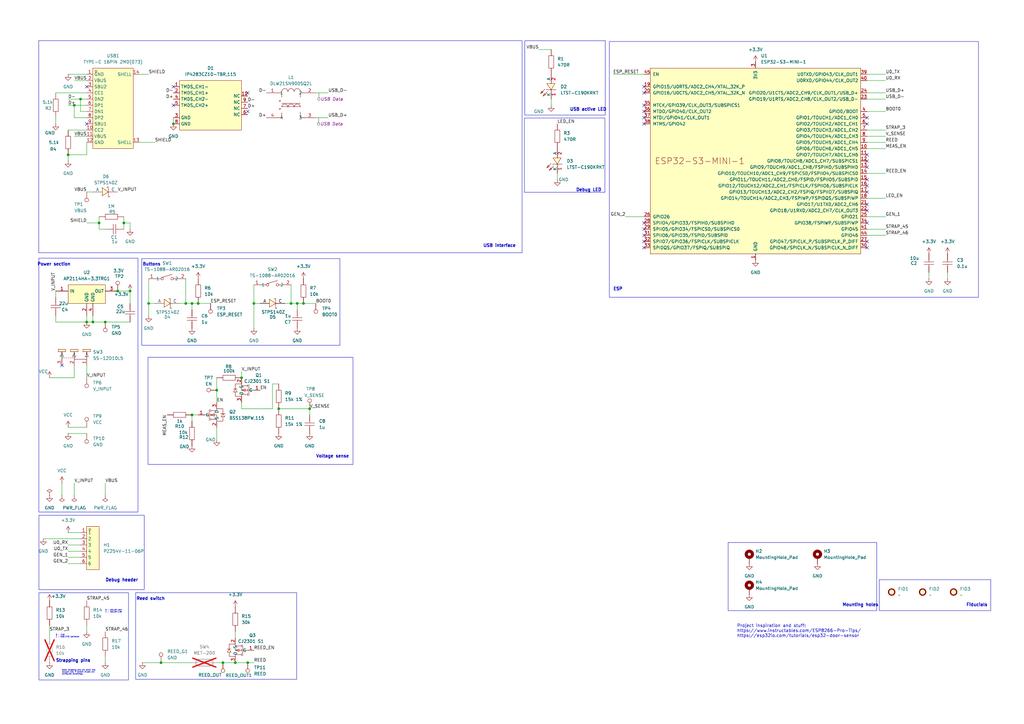
<source format=kicad_sch>
(kicad_sch (version 20231120) (generator "eeschema") (generator_version "8.0")
  (paper "A3")
  (title_block (title "Door alarm sensor") (date "2024-04-26") (rev "v1") (company "Designed by: perseluspy"))
  (junction (at 96.52 271.78))
  (junction (at 30.48 43.18))
  (junction (at 38.1 132.08))
  (junction (at 81.28 124.46))
  (junction (at 27.94 63.5))
  (junction (at 78.74 170.18))
  (junction (at 88.9 160.02))
  (junction (at 33.02 40.64))
  (junction (at 40.64 91.44))
  (junction (at 53.34 119.38))
  (junction (at 35.56 132.08))
  (junction (at 124.46 124.46))
  (junction (at 66.04 271.78))
  (junction (at 60.96 124.46))
  (junction (at 43.18 132.08))
  (junction (at 121.92 124.46))
  (junction (at 48.26 119.38))
  (junction (at 91.44 271.78))
  (junction (at 76.2 124.46))
  (junction (at 104.14 124.46))
  (junction (at 71.12 50.8))
  (junction (at 114.3 167.64))
  (junction (at 78.74 124.46))
  (junction (at 127 167.64))
  (junction (at 101.6 271.78))
  (junction (at 50.8 91.44))
  (junction (at 99.06 154.94))
  (junction (at 119.38 124.46))
  (no_connect (at 355.6 83.82))
  (no_connect (at 264.16 43.18))
  (no_connect (at 355.6 66.04))
  (no_connect (at 101.6 45.72))
  (no_connect (at 355.6 101.6))
  (no_connect (at 264.16 99.06))
  (no_connect (at 101.6 38.1))
  (no_connect (at 25.4 149.86))
  (no_connect (at 35.56 35.56))
  (no_connect (at 355.6 50.8))
  (no_connect (at 264.16 96.52))
  (no_connect (at 264.16 101.6))
  (no_connect (at 71.12 35.56))
  (no_connect (at 264.16 38.1))
  (no_connect (at 355.6 99.06))
  (no_connect (at 35.56 50.8))
  (no_connect (at 355.6 48.26))
  (no_connect (at 71.12 43.18))
  (no_connect (at 264.16 35.56))
  (no_connect (at 355.6 78.74))
  (no_connect (at 355.6 91.44))
  (no_connect (at 355.6 63.5))
  (no_connect (at 264.16 50.8))
  (no_connect (at 355.6 86.36))
  (no_connect (at 264.16 93.98))
  (no_connect (at 264.16 45.72))
  (no_connect (at 355.6 76.2))
  (no_connect (at 264.16 48.26))
  (no_connect (at 264.16 91.44))
  (no_connect (at 355.6 68.58))
  (no_connect (at 355.6 73.66))
  (wire (pts (xy 78.74 124.46) (xy 81.28 124.46)))
  (wire (pts (xy 27.94 63.5) (xy 35.56 63.5)))
  (wire (pts (xy 81.28 124.46) (xy 86.36 124.46)))
  (wire (pts (xy 96.52 271.78) (xy 101.6 271.78)))
  (wire (pts (xy 43.18 269.24) (xy 43.18 271.78)))
  (wire (pts (xy 76.2 124.46) (xy 78.74 124.46)))
  (wire (pts (xy 27.94 40.64) (xy 33.02 40.64)))
  (wire (pts (xy 88.9 271.78) (xy 91.44 271.78)))
  (wire (pts (xy 228.6 71.12) (xy 228.6 73.66)))
  (wire (pts (xy 71.12 48.26) (xy 71.12 50.8)))
  (wire (pts (xy 27.94 63.5) (xy 27.94 66.04)))
  (wire (pts (xy 104.14 116.84) (xy 104.14 124.46)))
  (wire (pts (xy 129.54 38.1) (xy 134.62 38.1)))
  (wire (pts (xy 27.94 53.34) (xy 35.56 53.34)))
  (wire (pts (xy 50.8 91.44) (xy 50.8 93.98)))
  (wire (pts (xy 27.94 223.52) (xy 33.02 223.52)))
  (wire (pts (xy 35.56 78.74) (xy 38.1 78.74)))
  (wire (pts (xy 78.74 170.18) (xy 78.74 172.72)))
  (wire (pts (xy 99.06 165.1) (xy 99.06 167.64)))
  (wire (pts (xy 355.6 93.98) (xy 363.22 93.98)))
  (wire (pts (xy 27.94 177.8) (xy 35.56 177.8)))
  (wire (pts (xy 27.94 175.26) (xy 35.56 175.26)))
  (wire (pts (xy 30.48 149.86) (xy 30.48 154.94)))
  (wire (pts (xy 66.04 271.78) (xy 78.74 271.78)))
  (wire (pts (xy 20.32 154.94) (xy 30.48 154.94)))
  (wire (pts (xy 40.64 93.98) (xy 40.64 91.44)))
  (wire (pts (xy 119.38 124.46) (xy 121.92 124.46)))
  (wire (pts (xy 355.6 40.64) (xy 363.22 40.64)))
  (wire (pts (xy 129.54 48.26) (xy 134.62 48.26)))
  (wire (pts (xy 88.9 160.02) (xy 88.9 165.1)))
  (wire (pts (xy 43.18 198.12) (xy 43.18 203.2)))
  (wire (pts (xy 355.6 53.34) (xy 363.22 53.34)))
  (wire (pts (xy 35.56 58.42) (xy 35.56 63.5)))
  (wire (pts (xy 27.94 231.14) (xy 33.02 231.14)))
  (wire (pts (xy 30.48 48.26) (xy 35.56 48.26)))
  (wire (pts (xy 88.9 154.94) (xy 88.9 160.02)))
  (wire (pts (xy 38.1 129.54) (xy 38.1 132.08)))
  (wire (pts (xy 99.06 167.64) (xy 111.76 167.64)))
  (wire (pts (xy 76.2 114.3) (xy 76.2 124.46)))
  (wire (pts (xy 220.98 20.32) (xy 226.06 20.32)))
  (wire (pts (xy 53.34 91.44) (xy 53.34 93.98)))
  (wire (pts (xy 388.62 111.76) (xy 388.62 114.3)))
  (wire (pts (xy 78.74 170.18) (xy 81.28 170.18)))
  (wire (pts (xy 127 167.64) (xy 127 170.18)))
  (wire (pts (xy 43.18 132.08) (xy 53.34 132.08)))
  (wire (pts (xy 355.6 88.9) (xy 363.22 88.9)))
  (wire (pts (xy 35.56 256.54) (xy 35.56 259.08)))
  (wire (pts (xy 121.92 124.46) (xy 124.46 124.46)))
  (wire (pts (xy 60.96 124.46) (xy 60.96 114.3)))
  (wire (pts (xy 96.52 259.08) (xy 96.52 261.62)))
  (wire (pts (xy 35.56 129.54) (xy 35.56 132.08)))
  (wire (pts (xy 40.64 88.9) (xy 40.64 91.44)))
  (wire (pts (xy 35.56 45.72) (xy 33.02 45.72)))
  (wire (pts (xy 27.94 30.48) (xy 35.56 30.48)))
  (wire (pts (xy 226.06 40.64) (xy 226.06 43.18)))
  (wire (pts (xy 30.48 43.18) (xy 30.48 48.26)))
  (wire (pts (xy 30.48 55.88) (xy 35.56 55.88)))
  (wire (pts (xy 50.8 91.44) (xy 53.34 91.44)))
  (wire (pts (xy 60.96 129.54) (xy 60.96 124.46)))
  (wire (pts (xy 111.76 167.64) (xy 111.76 157.48)))
  (wire (pts (xy 38.1 132.08) (xy 43.18 132.08)))
  (wire (pts (xy 50.8 88.9) (xy 50.8 91.44)))
  (wire (pts (xy 256.54 88.9) (xy 264.16 88.9)))
  (wire (pts (xy 104.14 124.46) (xy 104.14 134.62)))
  (wire (pts (xy 43.18 93.98) (xy 40.64 93.98)))
  (wire (pts (xy 106.68 124.46) (xy 104.14 124.46)))
  (wire (pts (xy 30.48 198.12) (xy 30.48 203.2)))
  (wire (pts (xy 114.3 167.64) (xy 127 167.64)))
  (wire (pts (xy 73.66 124.46) (xy 76.2 124.46)))
  (wire (pts (xy 22.86 48.26) (xy 22.86 50.8)))
  (wire (pts (xy 17.78 220.98) (xy 33.02 220.98)))
  (wire (pts (xy 35.56 91.44) (xy 40.64 91.44)))
  (wire (pts (xy 116.84 124.46) (xy 119.38 124.46)))
  (wire (pts (xy 355.6 33.02) (xy 363.22 33.02)))
  (wire (pts (xy 91.44 271.78) (xy 96.52 271.78)))
  (wire (pts (xy 27.94 43.18) (xy 30.48 43.18)))
  (wire (pts (xy 355.6 55.88) (xy 363.22 55.88)))
  (wire (pts (xy 60.96 124.46) (xy 63.5 124.46)))
  (wire (pts (xy 57.15 30.48) (xy 60.96 30.48)))
  (wire (pts (xy 111.76 157.48) (xy 114.3 157.48)))
  (wire (pts (xy 78.74 124.46) (xy 78.74 127)))
  (wire (pts (xy 22.86 121.92) (xy 22.86 119.38)))
  (wire (pts (xy 20.32 256.54) (xy 20.32 261.62)))
  (wire (pts (xy 38.1 132.08) (xy 35.56 132.08)))
  (wire (pts (xy 27.94 218.44) (xy 33.02 218.44)))
  (wire (pts (xy 381 111.76) (xy 381 114.3)))
  (wire (pts (xy 121.92 124.46) (xy 121.92 127)))
  (wire (pts (xy 355.6 96.52) (xy 363.22 96.52)))
  (wire (pts (xy 48.26 119.38) (xy 53.34 119.38)))
  (wire (pts (xy 53.34 119.38) (xy 53.34 124.46)))
  (wire (pts (xy 22.86 129.54) (xy 22.86 132.08)))
  (wire (pts (xy 88.9 175.26) (xy 88.9 180.34)))
  (wire (pts (xy 251.46 30.48) (xy 264.16 30.48)))
  (wire (pts (xy 101.6 271.78) (xy 104.14 271.78)))
  (wire (pts (xy 22.86 38.1) (xy 35.56 38.1)))
  (wire (pts (xy 355.6 38.1) (xy 363.22 38.1)))
  (wire (pts (xy 99.06 152.4) (xy 99.06 154.94)))
  (wire (pts (xy 33.02 40.64) (xy 35.56 40.64)))
  (wire (pts (xy 58.42 271.78) (xy 66.04 271.78)))
  (wire (pts (xy 30.48 43.18) (xy 35.56 43.18)))
  (wire (pts (xy 35.56 149.86) (xy 35.56 154.94)))
  (wire (pts (xy 355.6 30.48) (xy 363.22 30.48)))
  (wire (pts (xy 119.38 116.84) (xy 119.38 124.46)))
  (wire (pts (xy 33.02 45.72) (xy 33.02 40.64)))
  (wire (pts (xy 355.6 60.96) (xy 363.22 60.96)))
  (wire (pts (xy 355.6 71.12) (xy 363.22 71.12)))
  (wire (pts (xy 57.15 58.42) (xy 63.5 58.42)))
  (wire (pts (xy 25.4 198.12) (xy 25.4 203.2)))
  (wire (pts (xy 355.6 45.72) (xy 363.22 45.72)))
  (wire (pts (xy 355.6 58.42) (xy 363.22 58.42)))
  (wire (pts (xy 355.6 81.28) (xy 363.22 81.28)))
  (wire (pts (xy 22.86 132.08) (xy 35.56 132.08)))
  (wire (pts (xy 30.48 33.02) (xy 35.56 33.02)))
  (wire (pts (xy 27.94 228.6) (xy 33.02 228.6)))
  (wire (pts (xy 124.46 124.46) (xy 129.54 124.46)))
  (wire (pts (xy 27.94 226.06) (xy 33.02 226.06)))
  (rectangle (start 15.9766 211.328) (end 59.1566 241.808))
  (rectangle (start 60.706 146.558) (end 144.78 190.5))
  (rectangle (start 215.0918 48.4039) (end 248.1118 78.8839))
  (rectangle (start 55.626 243.078) (end 121.666 278.638))
  (rectangle (start 215.2442 16.7047) (end 248.2642 47.1847))
  (rectangle (start 58.1406 106.045) (end 139.4206 141.605))
  (rectangle (start 15.9787 243.1245) (end 52.705 278.892))
  (rectangle (start 249.936 17.018) (end 401.32 121.92))
  (rectangle (start 15.9512 105.8672) (end 56.5912 210.0072))
  (rectangle (start 15.9004 16.6624) (end 214.122 103.6828))
  (rectangle (start 298.6278 222.504) (end 359.5878 250.444))
  (rectangle (start 360.6292 237.744) (end 406.3492 250.444))
  (text "Debug header\n" (at 43.18 238.76 0) (effects (font (size 1.27 1.27) (thickness 0.254) (bold yes)) (justify left bottom)))
  (text "USB interface" (at 198.12 101.6 0) (effects (font (size 1.27 1.27) (thickness 0.254) (bold yes)) (justify left bottom)))
  (text "Mounting holes\n" (at 345.44 248.92 0) (effects (font (size 1.27 1.27) (thickness 0.254) (bold yes)) (justify left bottom)))
  (text "Fiducials\n" (at 396.24 248.92 0) (effects (font (size 1.27 1.27) (thickness 0.254) (bold yes)) (justify left bottom)))
  (text "USB active LED\n" (at 233.68 45.72 0) (effects (font (size 1.27 1.27) (thickness 0.254) (bold yes)) (justify left bottom)))
  (text "4-6 GPIO 0.1 inches header-e -> VCC,GND stb" (at 784.86 154.94 0) (effects (font (size 1.27 1.27)) (justify left bottom)))
  (text "ESP\n" (at 251.46 119.38 0) (effects (font (size 1.27 1.27) (thickness 0.254) (bold yes)) (justify left bottom)))
  (text "Buttons\n" (at 58.42 109.22 0) (effects (font (size 1.27 1.27) (thickness 0.254) (bold yes)) (justify left bottom)))
  (text "0 - JTAG\n1 - USB/JTAG controller" (at 22.86 261.62 0) (effects (font (size 0.5 0.5) (bold yes)) (justify left bottom)))
  (text "Project inspiration and stuff: \nhttps://www.instructables.com/ESP8266-Pro-Tips/\nhttps://esp32io.com/tutorials/esp32-door-sensor" (at 302.26 261.62 0) (effects (font (size 1.27 1.27)) (justify left bottom)))
  (text "Debug LED\n" (at 236.22 78.74 0) (effects (font (size 1.27 1.27) (thickness 0.254) (bold yes)) (justify left bottom)))
  (text "Voltage sense\n" (at 129.54 187.96 0) (effects (font (size 1.27 1.27) (thickness 0.254) (bold yes)) (justify left bottom)))
  (text "Strapping pins" (at 22.86 271.78 0) (effects (font (size 1.27 1.27) (thickness 0.254) (bold yes)) (justify left bottom)))
  (text "Some strapping pins are taken into\naccount only if certain eFuses are\nconfigured accordingly" (at 25.4 276.86 0) (effects (font (size 0.5 0.5) (bold yes)) (justify left bottom)))
  (text "Power section\n" (at 15.24 109.22 0) (effects (font (size 1.27 1.27) (thickness 0.254) (bold yes)) (justify left bottom)))
  (text "0 - VDD_SPI_3V3\n1 - VDD_SPI_1V8\n" (at 43.18 251.46 0) (effects (font (size 0.5 0.5) (bold yes)) (justify left bottom)))
  (text "Reed switch" (at 55.88 246.38 0) (effects (font (size 1.27 1.27) (thickness 0.254) (bold yes)) (justify left bottom)))
  (label "V_INPUT" (at 48.26 78.74 0))
  (label "STRAP_3" (at 363.22 53.34 0))
  (label "V_INPUT" (at 30.48 198.12 0))
  (label "REED" (at 363.22 58.42 0))
  (label "LED_EN" (at 228.6 50.8 0))
  (label "REED" (at 104.14 271.78 0))
  (label "U0_TX" (at 27.94 226.06 180))
  (label "BOOT0" (at 363.22 45.72 0))
  (label "D+" (at 71.12 40.64 180))
  (label "USB_D+" (at 363.22 38.1 0))
  (label "USB_D+" (at 134.62 48.26 0))
  (label "V_INPUT" (at 35.56 154.94 0))
  (label "USB_D-" (at 134.62 38.1 0))
  (label "VBUS" (at 30.48 55.88 0))
  (label "D-" (at 71.12 38.1 180))
  (label "D-" (at 101.6 41.91 0))
  (label "GEN_2" (at 27.94 231.14 180))
  (label "STRAP_46" (at 363.22 96.52 0))
  (label "D-" (at 109.22 38.1 180))
  (label "SHIELD" (at 35.56 91.44 180))
  (label "MEAS_EN" (at 68.58 170.18 270))
  (label "U0_RX" (at 363.22 33.02 0))
  (label "STRAP_46" (at 43.18 259.08 0))
  (label "GEN_1" (at 27.94 228.6 180))
  (label "VBUS" (at 220.98 20.32 180))
  (label "D+" (at 101.6 44.45 0))
  (label "STRAP_3" (at 20.32 259.08 0))
  (label "USB_D-" (at 363.22 40.64 0))
  (label "SHIELD" (at 60.96 30.48 0))
  (label "D+" (at 109.22 48.26 180))
  (label "GEN_1" (at 363.22 88.9 0))
  (label "V_SENSE" (at 363.22 55.88 0))
  (label "EN" (at 106.68 160.02 0))
  (label "STRAP_45" (at 35.56 246.38 0))
  (label "ESP_RESET" (at 251.46 30.48 0))
  (label "STRAP_45" (at 363.22 93.98 0))
  (label "U0_TX" (at 363.22 30.48 0))
  (label "GEN_2" (at 256.54 88.9 180))
  (label "D+" (at 27.94 43.18 0))
  (label "REED_EN" (at 104.14 266.7 0))
  (label "VBUS" (at 35.56 78.74 180))
  (label "REED_EN" (at 363.22 71.12 0))
  (label "BOOT0" (at 129.54 124.46 0))
  (label "D-" (at 27.94 40.64 0))
  (label "ESP_RESET" (at 86.36 124.46 0))
  (label "V_INPUT" (at 99.06 152.4 0))
  (label "EN" (at 88.9 165.1 0))
  (label "MEAS_EN" (at 363.22 60.96 0))
  (label "U0_RX" (at 27.94 223.52 180))
  (label "SHIELD" (at 63.5 58.42 0))
  (label "VBUS" (at 43.18 198.12 0))
  (label "LED_EN" (at 363.22 81.28 0))
  (label "V_SENSE" (at 127 167.64 0))
  (label "V_INPUT" (at 22.86 119.38 90))
  (label "VBUS" (at 30.48 33.02 0))
  (netclass_flag "" (length 2.54) (shape round) (at 130.81 38.1 180) (property "Netclass" "USB Data" (at 131.5085 40.64 0) (effects (font (italic yes)) (justify left))))
  (netclass_flag "" (length 2.54) (shape round) (at 130.6853 48.26 180) (property "Netclass" "USB Data" (at 131.3838 50.8 0) (effects (font (italic yes)) (justify left))))
  (symbol (lib_id "pepy_sym_lib:[RES_SMD]0805_2012Metric") (at 96.52 254 270) (unit 1)
    (property "Reference" "R15" (at 99.06 252.7299 90) (effects (justify left)))
    (property "Value" "30k" (at 99.06 255.2699 90) (effects (justify left)))
    (property "Footprint" "pepy_sym_lib:[RES_SMD]0805_2012Metric" (effects (hide yes)))
    (property "Datasheet" "https://lcsc.com/product-detail/Chip-Resistor-Surface-Mount-UniOhm_10KR-1002-1_C17414.html" (effects (hide yes)))
    (property "LCSC Part" "C17414" (effects (hide yes)))
  )
  (symbol (lib_id "power:GND") (at 388.62 114.3 0) (unit 1)
    (property "Reference" "#PWR014" (effects (hide yes)))
    (property "Value" "GND" (at 388.62 119.38 0))
    (property "Description" "Power symbol creates a global label with name \"GND\" , ground" (effects (hide yes)))
  )
  (symbol (lib_id "Connector:TestPoint") (at 35.56 154.94 180) (unit 1)
    (property "Reference" "TP6" (at 38.1 156.9719 0) (effects (justify right)))
    (property "Value" "V_INPUT" (at 38.1 159.5119 0) (effects (justify right)))
    (property "Footprint" "pepy_sym_lib:[TEST_POINT]TestPoint_Pad_D1.0mm" (effects (hide yes)))
    (property "Description" "test point" (effects (hide yes)))
  )
  (symbol (lib_id "pepy_sym_lib:[COMMON_MODE_FILTER]Murata Electronics DLW21SN900SQ2L") (at 119.38 41.91 0) (unit 1)
    (property "Reference" "L1" (at 119.38 31.75 0))
    (property "Value" "DLW21SN900SQ2L" (at 119.38 34.29 0))
    (property "Footprint" "pepy_sym_lib:[COMMON_MODE_FILTER]Murata Electronics DLW21SN900SQ2L" (effects (hide yes)))
    (property "Datasheet" "https://lcsc.com/product-detail/LINE-Filter_muRata_DLW21SN900SQ2L_DLW21SN900SQ2L_C97856.html" (effects (hide yes)))
    (property "LCSC Part" "C97856" (effects (hide yes)))
  )
  (symbol (lib_id "power:GND") (at 17.78 220.98 0) (unit 1)
    (property "Reference" "#PWR033" (effects (hide yes)))
    (property "Value" "GND" (at 17.78 226.06 0))
    (property "Description" "Power symbol creates a global label with name \"GND\" , ground" (effects (hide yes)))
  )
  (symbol (lib_id "power:GND") (at 53.34 93.98 0) (unit 1)
    (property "Reference" "#PWR09" (effects (hide yes)))
    (property "Value" "GND" (at 53.34 99.06 0))
    (property "Description" "Power symbol creates a global label with name \"GND\" , ground" (effects (hide yes)))
  )
  (symbol (lib_id "power:GND") (at 104.14 134.62 0) (unit 1)
    (property "Reference" "#PWR021" (effects (hide yes)))
    (property "Value" "GND" (at 104.14 139.7 0))
    (property "Description" "Power symbol creates a global label with name \"GND\" , ground" (effects (hide yes)))
  )
  (symbol (lib_id "pepy_sym_lib:[PMOS]Jiangsu Changjing Electronics Technology Co., Ltd. CJ2301 S1") (at 99.06 266.7 180) (unit 1)
    (property "Reference" "Q3" (at 104.9416 260.5801 0) (effects (justify left)))
    (property "Value" "CJ2301 S1" (at 108.2803 263.0199 0) (effects (justify left)))
    (property "Footprint" "pepy_sym_lib:[PMOS]Jiangsu Changjing Electronics Technology Co., Ltd. CJ2301 S1" (effects (hide yes)))
    (property "Datasheet" "https://lcsc.com/product-detail/MOSFET_CJ2301-S1_C8547.html" (effects (hide yes)))
    (property "LCSC Part" "C8547" (effects (hide yes)))
  )
  (symbol (lib_id "power:GND") (at 226.06 43.18 0) (unit 1)
    (property "Reference" "#PWR03" (effects (hide yes)))
    (property "Value" "GND" (at 220.98 45.72 0))
    (property "Description" "Power symbol creates a global label with name \"GND\" , ground" (effects (hide yes)))
  )
  (symbol (lib_id "power:GND") (at 22.86 50.8 0) (unit 1)
    (property "Reference" "#PWR04" (effects (hide yes)))
    (property "Value" "GND" (at 20.4967 54.5061 0))
    (property "Description" "Power symbol creates a global label with name \"GND\" , ground" (effects (hide yes)))
  )
  (symbol (lib_id "Connector:TestPoint") (at 88.9 160.02 90) (unit 1)
    (property "Reference" "TP7" (at 85.598 154.94 90))
    (property "Value" "EN" (at 85.598 157.48 90))
    (property "Footprint" "pepy_sym_lib:[TEST_POINT]TestPoint_Pad_D1.0mm" (effects (hide yes)))
    (property "Description" "test point" (effects (hide yes)))
  )
  (symbol (lib_id "pepy_sym_lib:[TACTILE_SWITCH]XUNPU TS-1088-AR02016") (at 111.76 116.84 0) (unit 1)
    (property "Reference" "SW2" (at 111.76 110.49 0))
    (property "Value" "TS-1088-AR02016" (at 111.76 113.03 0))
    (property "Footprint" "pepy_sym_lib:[TACTILE_SWITCH]XUNPU TS-1088-AR02016" (effects (hide yes)))
    (property "Datasheet" "https://lcsc.com/product-detail/Tactile-Switches_XUNPU-TS-1088-AR02016_C720477.html" (effects (hide yes)))
    (property "LCSC Part" "C720477" (effects (hide yes)))
  )
  (symbol (lib_id "Connector:TestPoint") (at 35.56 177.8 180) (unit 1)
    (property "Reference" "TP10" (at 38.1 179.8319 0) (effects (justify right)))
    (property "Value" "GND" (at 38.1 182.3719 0) (effects (justify right)))
    (property "Footprint" "pepy_sym_lib:[TEST_POINT]TestPoint_Pad_2.0x2.0mm" (effects (hide yes)))
    (property "Description" "test point" (effects (hide yes)))
  )
  (symbol (lib_id "power:GND") (at 27.94 30.48 0) (unit 1)
    (property "Reference" "#PWR02" (effects (hide yes)))
    (property "Value" "GND" (at 27.94 35.56 0))
    (property "Description" "Power symbol creates a global label with name \"GND\" , ground" (effects (hide yes)))
  )
  (symbol (lib_id "power:VCC") (at 25.4 198.12 0) (unit 1)
    (property "Reference" "#PWR030" (effects (hide yes)))
    (property "Value" "VCC" (at 25.4 193.04 0))
    (property "Description" "Power symbol creates a global label with name \"VCC\"" (effects (hide yes)))
  )
  (symbol (lib_id "power:+3.3V") (at 96.52 248.92 0) (unit 1)
    (property "Reference" "#PWR038" (effects (hide yes)))
    (property "Value" "+3.3V" (at 96.52 243.84 0))
    (property "Description" "Power symbol creates a global label with name \"+3.3V\"" (effects (hide yes)))
  )
  (symbol (lib_id "Connector:TestPoint") (at 86.36 124.46 180) (unit 1) (in_bom no)
    (property "Reference" "TP3" (at 88.9 126.4919 0) (effects (justify right)))
    (property "Value" "ESP_RESET" (at 88.9 129.0319 0) (effects (justify right)))
    (property "Footprint" "pepy_sym_lib:[TEST_POINT]TestPoint_Pad_D1.0mm" (effects (hide yes)))
    (property "Description" "test point" (effects (hide yes)))
  )
  (symbol (lib_id "power:GND") (at 60.96 129.54 0) (unit 1)
    (property "Reference" "#PWR018" (effects (hide yes)))
    (property "Value" "GND" (at 60.96 134.62 0))
    (property "Description" "Power symbol creates a global label with name \"GND\" , ground" (effects (hide yes)))
  )
  (symbol (lib_id "power:+3.3V") (at 124.46 114.3 0) (unit 1)
    (property "Reference" "#PWR016" (effects (hide yes)))
    (property "Value" "+3.3V" (at 124.46 109.22 0))
    (property "Description" "Power symbol creates a global label with name \"+3.3V\"" (effects (hide yes)))
  )
  (symbol (lib_id "pepy_sym_lib:[RES_SMD]0805_2012Metric") (at 81.28 119.38 270) (unit 1)
    (property "Reference" "R6" (at 83.82 118.1099 90) (effects (justify left)))
    (property "Value" "10k" (at 83.82 120.6499 90) (effects (justify left)))
    (property "Footprint" "pepy_sym_lib:[RES_SMD]0805_2012Metric" (effects (hide yes)))
    (property "Datasheet" "https://lcsc.com/product-detail/Chip-Resistor-Surface-Mount-UniOhm_10KR-1002-1_C17414.html" (effects (hide yes)))
    (property "LCSC Part" "C17414" (effects (hide yes)))
  )
  (symbol (lib_id "pepy_sym_lib:[RES_SMD]0805_2012Metric") (at 43.18 264.16 270) (unit 1)
    (property "Reference" "R17" (at 45.72 262.8899 90) (effects (justify left)))
    (property "Value" "10k" (at 45.72 265.4299 90) (effects (justify left)))
    (property "Footprint" "pepy_sym_lib:[RES_SMD]0805_2012Metric" (effects (hide yes)))
    (property "Datasheet" "https://lcsc.com/product-detail/Chip-Resistor-Surface-Mount-UniOhm_10KR-1002-1_C17414.html" (effects (hide yes)))
    (property "LCSC Part" "C17414" (effects (hide yes)))
  )
  (symbol (lib_id "power:GND") (at 307.34 243.84 0) (unit 1)
    (property "Reference" "#PWR036" (effects (hide yes)))
    (property "Value" "GND" (at 307.34 248.92 0))
    (property "Description" "Power symbol creates a global label with name \"GND\" , ground" (effects (hide yes)))
  )
  (symbol (lib_id "power:GND") (at 27.94 66.04 0) (unit 1)
    (property "Reference" "#PWR07" (effects (hide yes)))
    (property "Value" "GND" (at 27.94 71.12 0))
    (property "Description" "Power symbol creates a global label with name \"GND\" , ground" (effects (hide yes)))
  )
  (symbol (lib_id "Mechanical:MountingHole_Pad") (at 307.34 228.6 0) (unit 1) (exclude_from_sim yes) (in_bom no)
    (property "Reference" "H2" (at 309.88 226.0599 0) (effects (justify left)))
    (property "Value" "MountingHole_Pad" (at 309.88 228.5999 0) (effects (justify left)))
    (property "Description" "Mounting Hole with connection" (effects (hide yes)))
  )
  (symbol (lib_id "Connector:TestPoint") (at 43.18 132.08 180) (unit 1)
    (property "Reference" "TP5" (at 45.72 134.1119 0) (effects (justify right)))
    (property "Value" "GND" (at 45.72 136.6519 0) (effects (justify right)))
    (property "Footprint" "pepy_sym_lib:[TEST_POINT]TestPoint_Pad_D1.0mm" (effects (hide yes)))
    (property "Description" "test point" (effects (hide yes)))
  )
  (symbol (lib_id "pepy_sym_lib:[CAP_SMD]0805_2012Metric") (at 121.92 130.81 270) (unit 1)
    (property "Reference" "C7" (at 119.38 132.08 90) (effects (justify right)))
    (property "Value" "1u" (at 119.38 129.54 90) (effects (justify right)))
    (property "Footprint" "pepy_sym_lib:[CAP_SMD]0805_2012Metric" (effects (hide yes)))
    (property "Datasheet" "https://lcsc.com/product-detail/Multilayer-Ceramic-Capacitors-MLCC-SMD-SMT_100nF-104-10-50V_C49678.html" (effects (hide yes)))
    (property "LCSC Part" "C49678" (effects (hide yes)))
  )
  (symbol (lib_id "pepy_sym_lib:[CAP_SMD]0805_2012Metric") (at 46.99 93.98 0) (unit 1)
    (property "Reference" "C1" (at 45.466 97.282 0) (effects (justify left)))
    (property "Value" "1u" (at 45.72 99.06 0) (effects (justify left)))
    (property "Footprint" "pepy_sym_lib:[CAP_SMD]0805_2012Metric" (effects (hide yes)))
    (property "Datasheet" "https://lcsc.com/product-detail/Multilayer-Ceramic-Capacitors-MLCC-SMD-SMT_100nF-104-10-50V_C49678.html" (effects (hide yes)))
    (property "LCSC Part" "C49678" (effects (hide yes)))
  )
  (symbol (lib_id "pepy_sym_lib:[CAP_SMD]0805_2012Metric") (at 127 173.99 270) (unit 1)
    (property "Reference" "C8" (at 130.81 172.7199 90) (effects (justify left)))
    (property "Value" "1u" (at 130.81 175.2599 90) (effects (justify left)))
    (property "Footprint" "pepy_sym_lib:[CAP_SMD]0805_2012Metric" (effects (hide yes)))
    (property "Datasheet" "https://lcsc.com/product-detail/Multilayer-Ceramic-Capacitors-MLCC-SMD-SMT_100nF-104-10-50V_C49678.html" (effects (hide yes)))
    (property "LCSC Part" "C49678" (effects (hide yes)))
  )
  (symbol (lib_id "pepy_sym_lib:[MCU]Espressif Systems ESP32-S3-MINI-1-N8") (at 309.88 66.04 0) (unit 1)
    (property "Reference" "U1" (at 312.0741 22.86 0) (effects (justify left)))
    (property "Value" "ESP32-S3-MINI-1" (at 312.0741 25.4 0) (effects (justify left)))
    (property "Footprint" "pepy_sym_lib:[MCU]Espressif Systems ESP32-S3-MINI-1-N8" (effects (hide yes)))
    (property "Datasheet" "https://www.espressif.com/sites/default/files/documentation/esp32-s3-mini-1_mini-1u_datasheet_en.pdf" (effects (hide yes)))
    (property "Description" "Smallsized module supporting 2.4 GHz WiFi (802.11 b/g/n) and Bluetooth ® 5 (LE) Built around ESP32S3 series of SoCs, Xtensa ® dualcore 32bit LX7 microprocessor Flash up to 8 MB, optional 2 MB PSRAM in chip package 39 GPIOs, rich set of peripherals Onboard PCB antenna or external antenna connector" (effects (hide yes)))
  )
  (symbol (lib_id "Mechanical:Fiducial") (at 365.7092 242.824 0) (unit 1) (exclude_from_sim yes) (in_bom no)
    (property "Reference" "FID1" (at 368.3 241.5539 0) (effects (justify left)))
    (property "Value" "~" (at 368.3 244.0939 0) (effects (justify left)))
    (property "Description" "Fiducial Marker" (effects (hide yes)))
  )
  (symbol (lib_id "power:GND") (at 43.18 271.78 0) (unit 1)
    (property "Reference" "#PWR042" (effects (hide yes)))
    (property "Value" "GND" (at 43.18 276.86 0))
    (property "Description" "Power symbol creates a global label with name \"GND\" , ground" (effects (hide yes)))
  )
  (symbol (lib_id "power:PWR_FLAG") (at 25.4 203.2 180) (unit 1)
    (property "Reference" "#FLG02" (effects (hide yes)))
    (property "Value" "PWR_FLAG" (effects (hide yes)))
    (property "Description" "Special symbol for telling ERC where power comes from" (effects (hide yes)))
  )
  (symbol (lib_id "power:GND") (at 35.56 259.08 0) (unit 1)
    (property "Reference" "#PWR040" (effects (hide yes)))
    (property "Value" "GND" (at 35.56 264.16 0))
    (property "Description" "Power symbol creates a global label with name \"GND\" , ground" (effects (hide yes)))
  )
  (symbol (lib_id "pepy_sym_lib:[RES_SMD]0805_2012Metric") (at 114.3 162.56 270) (unit 1)
    (property "Reference" "R9" (at 116.84 161.2899 90) (effects (justify left)))
    (property "Value" "15k 1%" (at 116.84 163.8299 90) (effects (justify left)))
    (property "Footprint" "pepy_sym_lib:[RES_SMD]0805_2012Metric" (effects (hide yes)))
    (property "Datasheet" "https://lcsc.com/product-detail/Chip-Resistor-Surface-Mount-UniOhm_10KR-1002-1_C17414.html" (effects (hide yes)))
    (property "LCSC Part" "C17414" (effects (hide yes)))
  )
  (symbol (lib_id "pepy_sym_lib:[ESD_PROT]Nexperia IP4283CZ10-TBR,115") (at 86.36 40.64 0) (unit 1)
    (property "Reference" "D1" (at 86.36 27.94 0))
    (property "Value" "IP4283CZ10-TBR,115" (at 86.36 30.48 0))
    (property "Footprint" "pepy_sym_lib:[ESD_PROT]Nexperia IP4283CZ10-TBR,115" (effects (hide yes)))
    (property "Datasheet" "https://lcsc.com/product-detail/presales_Nexperia-IP4283CZ10-TBR-115_C551514.html" (effects (hide yes)))
    (property "LCSC Part" "C551514" (effects (hide yes)))
  )
  (symbol (lib_id "Connector:TestPoint") (at 101.6 271.78 180) (unit 1)
    (property "Reference" "TP11" (at 104.14 273.8119 0) (effects (justify right)))
    (property "Value" "REED" (at 104.14 276.3519 0) (effects (justify right)))
    (property "Footprint" "pepy_sym_lib:[TEST_POINT]TestPoint_Pad_D1.0mm" (effects (hide yes)))
    (property "Description" "test point" (effects (hide yes)))
  )
  (symbol (lib_id "power:GND") (at 78.74 182.88 0) (unit 1)
    (property "Reference" "#PWR028" (effects (hide yes)))
    (property "Value" "GND" (at 75.5951 183.1799 0))
    (property "Description" "Power symbol creates a global label with name \"GND\" , ground" (effects (hide yes)))
  )
  (symbol (lib_id "Mechanical:MountingHole_Pad") (at 335.28 228.6 0) (unit 1) (exclude_from_sim yes) (in_bom no)
    (property "Reference" "H3" (at 337.82 226.0599 0) (effects (justify left)))
    (property "Value" "MountingHole_Pad" (at 337.82 228.5999 0) (effects (justify left)))
    (property "Description" "Mounting Hole with connection" (effects (hide yes)))
  )
  (symbol (lib_id "pepy_sym_lib:[PMOS]Jiangsu Changjing Electronics Technology Co., Ltd. CJ2301 S1") (at 101.6 160.02 180) (unit 1)
    (property "Reference" "Q1" (at 107.4816 153.9001 0) (effects (justify left)))
    (property "Value" "CJ2301 S1" (at 110.8203 156.3399 0) (effects (justify left)))
    (property "Footprint" "pepy_sym_lib:[PMOS]Jiangsu Changjing Electronics Technology Co., Ltd. CJ2301 S1" (effects (hide yes)))
    (property "Datasheet" "https://lcsc.com/product-detail/MOSFET_CJ2301-S1_C8547.html" (effects (hide yes)))
    (property "LCSC Part" "C8547" (effects (hide yes)))
  )
  (symbol (lib_id "pepy_sym_lib:[TACTILE_SWITCH]XUNPU TS-1088-AR02016") (at 68.58 114.3 0) (unit 1)
    (property "Reference" "SW1" (at 68.58 107.95 0))
    (property "Value" "TS-1088-AR02016" (at 68.58 110.49 0))
    (property "Footprint" "pepy_sym_lib:[TACTILE_SWITCH]XUNPU TS-1088-AR02016" (effects (hide yes)))
    (property "Datasheet" "https://lcsc.com/product-detail/Tactile-Switches_XUNPU-TS-1088-AR02016_C720477.html" (effects (hide yes)))
    (property "LCSC Part" "C720477" (effects (hide yes)))
  )
  (symbol (lib_id "pepy_sym_lib:[RES_SMD]0805_2012Metric") (at 114.3 172.72 270) (unit 1)
    (property "Reference" "R11" (at 116.84 171.4499 90) (effects (justify left)))
    (property "Value" "15k 1%" (at 116.84 173.9899 90) (effects (justify left)))
    (property "Footprint" "pepy_sym_lib:[RES_SMD]0805_2012Metric" (effects (hide yes)))
    (property "Datasheet" "https://lcsc.com/product-detail/Chip-Resistor-Surface-Mount-UniOhm_10KR-1002-1_C17414.html" (effects (hide yes)))
    (property "LCSC Part" "C17414" (effects (hide yes)))
  )
  (symbol (lib_id "power:GND") (at 309.88 106.68 0) (unit 1)
    (property "Reference" "#PWR012" (effects (hide yes)))
    (property "Value" "GND" (at 309.88 111.76 0))
    (property "Description" "Power symbol creates a global label with name \"GND\" , ground" (effects (hide yes)))
  )
  (symbol (lib_id "pepy_sym_lib:[CAP_SMD]0805_2012Metric") (at 78.74 130.81 270) (unit 1)
    (property "Reference" "C6" (at 82.55 129.5399 90) (effects (justify left)))
    (property "Value" "1u" (at 82.55 132.0799 90) (effects (justify left)))
    (property "Footprint" "pepy_sym_lib:[CAP_SMD]0805_2012Metric" (effects (hide yes)))
    (property "Datasheet" "https://lcsc.com/product-detail/Multilayer-Ceramic-Capacitors-MLCC-SMD-SMT_100nF-104-10-50V_C49678.html" (effects (hide yes)))
    (property "LCSC Part" "C49678" (effects (hide yes)))
  )
  (symbol (lib_id "Connector:TestPoint") (at 129.54 124.46 180) (unit 1)
    (property "Reference" "TP4" (at 132.08 126.4919 0) (effects (justify right)))
    (property "Value" "BOOT0" (at 132.08 129.0319 0) (effects (justify right)))
    (property "Footprint" "pepy_sym_lib:[TEST_POINT]TestPoint_Pad_D1.0mm" (effects (hide yes)))
    (property "Description" "test point" (effects (hide yes)))
  )
  (symbol (lib_id "Connector:TestPoint") (at 48.26 119.38 0) (unit 1)
    (property "Reference" "TP2" (at 47.1286 113.331 0) (effects (justify left)))
    (property "Value" "3.3V" (at 46.4391 111.0327 0) (effects (justify left)))
    (property "Footprint" "pepy_sym_lib:[TEST_POINT]TestPoint_Pad_D1.0mm" (effects (hide yes)))
    (property "Description" "test point" (effects (hide yes)))
  )
  (symbol (lib_id "pepy_sym_lib:[RES_SMD]0805_2012Metric") (at 226.06 25.4 270) (unit 1)
    (property "Reference" "R1" (at 228.6 24.1299 90) (effects (justify left)))
    (property "Value" "470R" (at 228.6 26.6699 90) (effects (justify left)))
    (property "Footprint" "pepy_sym_lib:[RES_SMD]0805_2012Metric" (effects (hide yes)))
    (property "Datasheet" "https://lcsc.com/product-detail/Chip-Resistor-Surface-Mount-UniOhm_10KR-1002-1_C17414.html" (effects (hide yes)))
    (property "LCSC Part" "C17414" (effects (hide yes)))
  )
  (symbol (lib_id "pepy_sym_lib:[SCHOTTKY_DIODE_40V]STMicroelectronics STPS140Z") (at 68.58 124.46 180) (unit 1)
    (property "Reference" "D4" (at 68.6562 130.048 0))
    (property "Value" "STPS140Z" (at 68.834 128.0668 0))
    (property "Footprint" "pepy_sym_lib:[SCHOTTKY_DIODE_40V]STMicroelectronics STPS140Z" (effects (hide yes)))
    (property "Datasheet" "https://lcsc.com/product-detail/Schottky-Barrier-Diodes-SBD_STMicroelectronics_STPS140Z_STPS140Z_C155662.html" (effects (hide yes)))
    (property "Description" "40V 550mV@1A 1A SOD-123 Schottky Barrier Diodes (SBD) ROHS" (effects (hide yes)))
    (property "LCSC Part" "C155662" (effects (hide yes)))
  )
  (symbol (lib_id "pepy_sym_lib:[RES_SMD]0805_2012Metric") (at 20.32 266.7 270) (unit 1) (dnp yes)
    (property "Reference" "R16" (at 22.86 265.4299 90) (effects (justify left)))
    (property "Value" "10k" (at 22.86 267.9699 90) (effects (justify left)))
    (property "Footprint" "pepy_sym_lib:[RES_SMD]0805_2012Metric" (effects (hide yes)))
    (property "Datasheet" "https://lcsc.com/product-detail/Chip-Resistor-Surface-Mount-UniOhm_10KR-1002-1_C17414.html" (effects (hide yes)))
    (property "LCSC Part" "C17414" (effects (hide yes)))
  )
  (symbol (lib_id "pepy_sym_lib:[RES_SMD]0805_2012Metric") (at 228.6 55.88 270) (unit 1)
    (property "Reference" "R3" (at 231.14 54.6099 90) (effects (justify left)))
    (property "Value" "470R" (at 231.14 57.1499 90) (effects (justify left)))
    (property "Footprint" "pepy_sym_lib:[RES_SMD]0805_2012Metric" (effects (hide yes)))
    (property "Datasheet" "https://lcsc.com/product-detail/Chip-Resistor-Surface-Mount-UniOhm_10KR-1002-1_C17414.html" (effects (hide yes)))
    (property "LCSC Part" "C17414" (effects (hide yes)))
  )
  (symbol (lib_id "pepy_sym_lib:[RES_SMD]0805_2012Metric") (at 73.66 170.18 0) (unit 1)
    (property "Reference" "R10" (at 71.7221 174.8273 0) (effects (justify left)))
    (property "Value" "1k" (at 72.4532 172.7631 0) (effects (justify left)))
    (property "Footprint" "pepy_sym_lib:[RES_SMD]0805_2012Metric" (effects (hide yes)))
    (property "Datasheet" "https://lcsc.com/product-detail/Chip-Resistor-Surface-Mount-UniOhm_10KR-1002-1_C17414.html" (effects (hide yes)))
    (property "LCSC Part" "C17414" (effects (hide yes)))
  )
  (symbol (lib_id "Switch:SW_Reed") (at 83.82 271.78 0) (unit 1) (in_bom no) (on_board no) (dnp yes)
    (property "Reference" "SW4" (at 83.82 265.303 0))
    (property "Value" "MET-200" (at 83.82 267.843 0))
    (property "Description" "reed switch" (effects (hide yes)))
  )
  (symbol (lib_id "pepy_sym_lib:[LED]Lite-On LTST-C190KRKT") (at 227.33 66.04 90) (unit 1)
    (property "Reference" "D3" (at 232.41 66.0399 90) (effects (justify right)))
    (property "Value" "LTST-C190KRKT" (at 232.41 68.5799 90) (effects (justify right)))
    (property "Footprint" "pepy_sym_lib:[LED]Lite-On LTST-C190KRKT" (effects (hide yes)))
    (property "Datasheet" "https://lcsc.com/product-detail/Light-Emitting-Diodes-LED_LTST-C190KRKT_C94869.html" (effects (hide yes)))
    (property "LCSC Part" "C94869" (effects (hide yes)))
  )
  (symbol (lib_id "power:GND") (at 121.92 134.62 0) (unit 1)
    (property "Reference" "#PWR022" (effects (hide yes)))
    (property "Value" "GND" (at 121.92 139.7 0))
    (property "Description" "Power symbol creates a global label with name \"GND\" , ground" (effects (hide yes)))
  )
  (symbol (lib_id "pepy_sym_lib:[CAP_SMD]0805_2012Metric") (at 53.34 128.27 270) (unit 1)
    (property "Reference" "C5" (at 48.006 125.73 90) (effects (justify left)))
    (property "Value" "22u" (at 47.498 127.762 90) (effects (justify left)))
    (property "Footprint" "pepy_sym_lib:[CAP_SMD]0805_2012Metric" (effects (hide yes)))
    (property "Datasheet" "https://lcsc.com/product-detail/Multilayer-Ceramic-Capacitors-MLCC-SMD-SMT_100nF-104-10-50V_C49678.html" (effects (hide yes)))
    (property "LCSC Part" "C49678" (effects (hide yes)))
  )
  (symbol (lib_id "Mechanical:MountingHole_Pad") (at 307.34 241.3 0) (unit 1) (exclude_from_sim yes) (in_bom no)
    (property "Reference" "H4" (at 309.88 238.7599 0) (effects (justify left)))
    (property "Value" "MountingHole_Pad" (at 309.88 241.2999 0) (effects (justify left)))
    (property "Description" "Mounting Hole with connection" (effects (hide yes)))
  )
  (symbol (lib_id "Connector:TestPoint") (at 66.04 271.78 0) (unit 1)
    (property "Reference" "REED_G1" (at 68.58 267.2079 0) (effects (justify left)))
    (property "Value" "GND" (at 68.58 269.7479 0) (effects (justify left)))
    (property "Description" "test point" (effects (hide yes)))
  )
  (symbol (lib_id "power:+3.3V") (at 53.34 119.38 0) (unit 1)
    (property "Reference" "#PWR017" (effects (hide yes)))
    (property "Value" "+3.3V" (at 49.7717 120.6858 0))
    (property "Description" "Power symbol creates a global label with name \"+3.3V\"" (effects (hide yes)))
  )
  (symbol (lib_id "power:+3.3V") (at 381 104.14 0) (unit 1)
    (property "Reference" "#PWR010" (effects (hide yes)))
    (property "Value" "+3.3V" (at 381 99.06 0))
    (property "Description" "Power symbol creates a global label with name \"+3.3V\"" (effects (hide yes)))
  )
  (symbol (lib_id "power:GND") (at 71.12 50.8 0) (unit 1)
    (property "Reference" "#PWR05" (effects (hide yes)))
    (property "Value" "GND" (at 71.12 55.88 0))
    (property "Description" "Power symbol creates a global label with name \"GND\" , ground" (effects (hide yes)))
  )
  (symbol (lib_id "power:GND") (at 88.9 180.34 0) (unit 1)
    (property "Reference" "#PWR029" (effects (hide yes)))
    (property "Value" "GND" (at 86.36 180.34 0))
    (property "Description" "Power symbol creates a global label with name \"GND\" , ground" (effects (hide yes)))
  )
  (symbol (lib_id "power:+3.3V") (at 20.32 246.38 0) (unit 1)
    (property "Reference" "#PWR039" (effects (hide yes)))
    (property "Value" "+3.3V" (at 23.9831 244.5239 0))
    (property "Description" "Power symbol creates a global label with name \"+3.3V\"" (effects (hide yes)))
  )
  (symbol (lib_id "power:GND") (at 114.3 177.8 0) (unit 1)
    (property "Reference" "#PWR026" (effects (hide yes)))
    (property "Value" "GND" (at 114.3 182.88 0))
    (property "Description" "Power symbol creates a global label with name \"GND\" , ground" (effects (hide yes)))
  )
  (symbol (lib_id "pepy_sym_lib:[RES_SMD]0805_2012Metric") (at 93.98 154.94 0) (unit 1)
    (property "Reference" "R8" (at 93.726 150.368 0))
    (property "Value" "100k" (at 93.98 152.146 0))
    (property "Footprint" "pepy_sym_lib:[RES_SMD]0805_2012Metric" (effects (hide yes)))
    (property "Datasheet" "https://lcsc.com/product-detail/Chip-Resistor-Surface-Mount-UniOhm_10KR-1002-1_C17414.html" (effects (hide yes)))
    (property "LCSC Part" "C17414" (effects (hide yes)))
  )
  (symbol (lib_id "power:GND") (at 307.34 231.14 0) (unit 1)
    (property "Reference" "#PWR034" (effects (hide yes)))
    (property "Value" "GND" (at 307.34 236.22 0))
    (property "Description" "Power symbol creates a global label with name \"GND\" , ground" (effects (hide yes)))
  )
  (symbol (lib_id "power:GND") (at 58.42 271.78 0) (unit 1)
    (property "Reference" "#PWR043" (effects (hide yes)))
    (property "Value" "GND" (at 58.42 276.86 0))
    (property "Description" "Power symbol creates a global label with name \"GND\" , ground" (effects (hide yes)))
  )
  (symbol (lib_id "power:GND") (at 35.56 132.08 0) (unit 1)
    (property "Reference" "#PWR019" (effects (hide yes)))
    (property "Value" "GND" (at 35.56 137.16 0))
    (property "Description" "Power symbol creates a global label with name \"GND\" , ground" (effects (hide yes)))
  )
  (symbol (lib_id "pepy_sym_lib:[RES_SMD]0805_2012Metric") (at 45.72 88.9 0) (unit 1)
    (property "Reference" "R5" (at 44.704 86.868 0) (effects (justify left)))
    (property "Value" "1M" (at 44.196 84.582 0) (effects (justify left)))
    (property "Footprint" "pepy_sym_lib:[RES_SMD]0805_2012Metric" (effects (hide yes)))
    (property "Datasheet" "https://lcsc.com/product-detail/Chip-Resistor-Surface-Mount-UniOhm_10KR-1002-1_C17414.html" (effects (hide yes)))
    (property "LCSC Part" "C17414" (effects (hide yes)))
  )
  (symbol (lib_id "pepy_sym_lib:[SLIDE_SWITCH]XKB Connection SS-12D10L5") (at 30.48 147.32 180) (unit 1)
    (property "Reference" "SW3" (at 38.1 144.3999 0) (effects (justify right)))
    (property "Value" "SS-12D10L5" (at 38.1 146.9399 0) (effects (justify right)))
    (property "Footprint" "pepy_sym_lib:[SLIDE_SWITCH]XKB Connection SS-12D10L5" (effects (hide yes)))
    (property "Datasheet" "https://lcsc.com/product-detail/Toggle-Switches_XKB-Enterprise-SS-12D10L5_C319012.html" (effects (hide yes)))
    (property "LCSC Part" "C319012" (effects (hide yes)))
  )
  (symbol (lib_id "pepy_sym_lib:[CAP_SMD]0805_2012Metric") (at 388.62 107.95 270) (unit 1)
    (property "Reference" "C3" (at 392.43 106.6799 90) (effects (justify left)))
    (property "Value" "0.1u" (at 392.43 109.2199 90) (effects (justify left)))
    (property "Footprint" "pepy_sym_lib:[CAP_SMD]0805_2012Metric" (effects (hide yes)))
    (property "Datasheet" "https://lcsc.com/product-detail/Multilayer-Ceramic-Capacitors-MLCC-SMD-SMT_100nF-104-10-50V_C49678.html" (effects (hide yes)))
    (property "LCSC Part" "C49678" (effects (hide yes)))
  )
  (symbol (lib_id "power:GND") (at 381 114.3 0) (unit 1)
    (property "Reference" "#PWR013" (effects (hide yes)))
    (property "Value" "GND" (at 381 119.38 0))
    (property "Description" "Power symbol creates a global label with name \"GND\" , ground" (effects (hide yes)))
  )
  (symbol (lib_id "pepy_sym_lib:[RES_SMD]0805_2012Metric") (at 20.32 251.46 270) (unit 1)
    (property "Reference" "R13" (at 22.86 250.1899 90) (effects (justify left)))
    (property "Value" "10k" (at 22.86 252.7299 90) (effects (justify left)))
    (property "Footprint" "pepy_sym_lib:[RES_SMD]0805_2012Metric" (effects (hide yes)))
    (property "Datasheet" "https://lcsc.com/product-detail/Chip-Resistor-Surface-Mount-UniOhm_10KR-1002-1_C17414.html" (effects (hide yes)))
    (property "LCSC Part" "C17414" (effects (hide yes)))
  )
  (symbol (lib_id "power:PWR_FLAG") (at 43.18 203.2 180) (unit 1)
    (property "Reference" "#FLG04" (effects (hide yes)))
    (property "Value" "PWR_FLAG" (at 43.18 208.28 0))
    (property "Description" "Special symbol for telling ERC where power comes from" (effects (hide yes)))
  )
  (symbol (lib_id "pepy_sym_lib:[6P_HEADER_STR]XFCN PZ254V-11-06P") (at 38.1 224.79 0) (unit 1)
    (property "Reference" "H1" (at 42.3926 223.52 0) (effects (justify left)))
    (property "Value" "PZ254V-11-06P" (at 42.3926 226.06 0) (effects (justify left)))
    (property "Footprint" "pepy_sym_lib:[6P_HEADER_STR]XFCN PZ254V-11-06P" (effects (hide yes)))
    (property "Datasheet" "https://lcsc.com/product-detail/New-Arrivals_XFCN-PZ254V-11-06P_C492405.html" (effects (hide yes)))
    (property "LCSC Part" "C492405" (effects (hide yes)))
  )
  (symbol (lib_id "power:GND") (at 27.94 177.8 0) (unit 1)
    (property "Reference" "#PWR025" (effects (hide yes)))
    (property "Value" "GND" (at 27.94 182.88 0))
    (property "Description" "Power symbol creates a global label with name \"GND\" , ground" (effects (hide yes)))
  )
  (symbol (lib_id "power:PWR_FLAG") (at 30.48 203.2 180) (unit 1)
    (property "Reference" "#FLG03" (effects (hide yes)))
    (property "Value" "PWR_FLAG" (at 30.48 208.28 0))
    (property "Description" "Special symbol for telling ERC where power comes from" (effects (hide yes)))
  )
  (symbol (lib_id "power:+3.3V") (at 309.88 25.4 0) (unit 1)
    (property "Reference" "#PWR01" (effects (hide yes)))
    (property "Value" "+3.3V" (at 309.88 20.32 0))
    (property "Description" "Power symbol creates a global label with name \"+3.3V\"" (effects (hide yes)))
  )
  (symbol (lib_id "pepy_sym_lib:[RES_SMD]0805_2012Metric") (at 78.74 177.8 90) (unit 1)
    (property "Reference" "R12" (at 77.3667 179.3162 90) (effects (justify left)))
    (property "Value" "10k" (at 77.0226 177.381 90) (effects (justify left)))
    (property "Footprint" "pepy_sym_lib:[RES_SMD]0805_2012Metric" (effects (hide yes)))
    (property "Datasheet" "https://lcsc.com/product-detail/Chip-Resistor-Surface-Mount-UniOhm_10KR-1002-1_C17414.html" (effects (hide yes)))
    (property "LCSC Part" "C17414" (effects (hide yes)))
  )
  (symbol (lib_id "power:GND") (at 127 177.8 0) (unit 1)
    (property "Reference" "#PWR027" (effects (hide yes)))
    (property "Value" "GND" (at 127 182.88 0))
    (property "Description" "Power symbol creates a global label with name \"GND\" , ground" (effects (hide yes)))
  )
  (symbol (lib_id "pepy_sym_lib:[CAP_SMD]0805_2012Metric") (at 22.86 125.73 270) (unit 1)
    (property "Reference" "C4" (at 27.94 127 90) (effects (justify right)))
    (property "Value" "22u" (at 27.94 124.46 90) (effects (justify right)))
    (property "Footprint" "pepy_sym_lib:[CAP_SMD]0805_2012Metric" (effects (hide yes)))
    (property "Datasheet" "https://lcsc.com/product-detail/Multilayer-Ceramic-Capacitors-MLCC-SMD-SMT_100nF-104-10-50V_C49678.html" (effects (hide yes)))
    (property "LCSC Part" "C49678" (effects (hide yes)))
  )
  (symbol (lib_id "power:VCC") (at 27.94 175.26 0) (unit 1)
    (property "Reference" "#PWR024" (effects (hide yes)))
    (property "Value" "VCC" (at 27.94 170.18 0))
    (property "Description" "Power symbol creates a global label with name \"VCC\"" (effects (hide yes)))
  )
  (symbol (lib_id "pepy_sym_lib:[LDO]Diodes Incorporated AP2114HA-3.3TRG1") (at 35.56 119.38 0) (unit 1)
    (property "Reference" "U2" (at 35.56 111.76 0))
    (property "Value" "AP2114HA-3.3TRG1" (at 35.56 114.3 0))
    (property "Footprint" "pepy_sym_lib:[LDO]Diodes Incorporated AP2114HA-3.3TRG1" (effects (hide yes)))
    (property "Datasheet" "https://lcsc.com/product-detail/Low-Dropout-Regulators-LDO_Diodes-Incorporated-AP2114HA-3-3TRG1_C460314.html" (effects (hide yes)))
    (property "LCSC Part" "C460314" (effects (hide yes)))
  )
  (symbol (lib_id "pepy_sym_lib:[USB_C_16P_RA_FEMALE]SHOU HAN TYPE-C 16PIN 2MD(073)") (at 46.99 44.45 0) (unit 1)
    (property "Reference" "USB1" (at 46.355 22.86 0))
    (property "Value" "TYPE-C 16PIN 2MD(073)" (at 46.355 25.4 0))
    (property "Footprint" "pepy_sym_lib:[USB_C_16P_RA_FEMALE]SHOU HAN TYPE-C 16PIN 2MD(073)" (effects (hide yes)))
    (property "Datasheet" "https://www.lcsc.com/product-detail/USB-Connectors_SHOU-HAN-TYPE-C-16PIN-2MD-073_C2765186.html" (effects (hide yes)))
    (property "LCSC Part" "C2765186" (effects (hide yes)))
  )
  (symbol (lib_id "pepy_sym_lib:[SCHOTTKY_DIODE_40V]STMicroelectronics STPS140Z") (at 43.18 78.74 180) (unit 1)
    (property "Reference" "D6" (at 43.435 72.39 0))
    (property "Value" "STPS140Z" (at 43.435 74.93 0))
    (property "Footprint" "pepy_sym_lib:[SCHOTTKY_DIODE_40V]STMicroelectronics STPS140Z" (effects (hide yes)))
    (property "Datasheet" "https://lcsc.com/product-detail/Schottky-Barrier-Diodes-SBD_STMicroelectronics_STPS140Z_STPS140Z_C155662.html" (effects (hide yes)))
    (property "Description" "40V 550mV@1A 1A SOD-123 Schottky Barrier Diodes (SBD) ROHS" (effects (hide yes)))
    (property "LCSC Part" "C155662" (effects (hide yes)))
  )
  (symbol (lib_id "Mechanical:Fiducial") (at 378.4092 242.824 0) (unit 1) (exclude_from_sim yes) (in_bom no)
    (property "Reference" "FID2" (at 381 241.5539 0) (effects (justify left)))
    (property "Value" "~" (at 381 244.0939 0) (effects (justify left)))
    (property "Description" "Fiducial Marker" (effects (hide yes)))
  )
  (symbol (lib_id "pepy_sym_lib:[NMOS]Nexperia BSS138PW,115") (at 88.9 170.18 0) (unit 1)
    (property "Reference" "Q2" (at 93.98 168.9099 0) (effects (justify left)))
    (property "Value" "BSS138PW,115" (at 93.98 171.4499 0) (effects (justify left)))
    (property "Footprint" "pepy_sym_lib:[NMOS]Nexperia BSS138PW,115" (effects (hide yes)))
    (property "Datasheet" "https://lcsc.com/product-detail/MOSFET_Nexperia_BSS138PW-115_Nexperia-BSS138PW-115_C193366.html" (effects (hide yes)))
    (property "LCSC Part" "C193366" (effects (hide yes)))
  )
  (symbol (lib_id "power:GND") (at 335.28 231.14 0) (unit 1)
    (property "Reference" "#PWR035" (effects (hide yes)))
    (property "Value" "GND" (at 335.28 236.22 0))
    (property "Description" "Power symbol creates a global label with name \"GND\" , ground" (effects (hide yes)))
  )
  (symbol (lib_id "power:PWR_FLAG") (at 20.32 203.2 0) (unit 1)
    (property "Reference" "#FLG05" (effects (hide yes)))
    (property "Value" "PWR_FLAG" (effects (hide yes)))
    (property "Description" "Special symbol for telling ERC where power comes from" (effects (hide yes)))
  )
  (symbol (lib_id "pepy_sym_lib:[RES_SMD]0805_2012Metric") (at 22.86 43.18 90) (unit 1)
    (property "Reference" "R2" (at 19.812 44.45 90))
    (property "Value" "5.1k" (at 19.558 41.91 90))
    (property "Footprint" "pepy_sym_lib:[RES_SMD]0805_2012Metric" (effects (hide yes)))
    (property "Datasheet" "https://lcsc.com/product-detail/Chip-Resistor-Surface-Mount-UniOhm_10KR-1002-1_C17414.html" (effects (hide yes)))
    (property "LCSC Part" "C17414" (effects (hide yes)))
  )
  (symbol (lib_id "pepy_sym_lib:[RES_SMD]0805_2012Metric") (at 27.94 58.42 90) (unit 1)
    (property "Reference" "R4" (at 21.844 61.214 90))
    (property "Value" "5.1k" (at 22.098 58.42 90))
    (property "Footprint" "pepy_sym_lib:[RES_SMD]0805_2012Metric" (effects (hide yes)))
    (property "Datasheet" "https://lcsc.com/product-detail/Chip-Resistor-Surface-Mount-UniOhm_10KR-1002-1_C17414.html" (effects (hide yes)))
    (property "LCSC Part" "C17414" (effects (hide yes)))
  )
  (symbol (lib_id "power:+3.3V") (at 81.28 114.3 0) (unit 1)
    (property "Reference" "#PWR015" (effects (hide yes)))
    (property "Value" "+3.3V" (at 81.28 109.22 0))
    (property "Description" "Power symbol creates a global label with name \"+3.3V\"" (effects (hide yes)))
  )
  (symbol (lib_id "pepy_sym_lib:[LED]Lite-On LTST-C190KRKT") (at 224.79 35.56 90) (unit 1)
    (property "Reference" "D2" (at 229.87 35.5599 90) (effects (justify right)))
    (property "Value" "LTST-C190KRKT" (at 229.87 38.0999 90) (effects (justify right)))
    (property "Footprint" "pepy_sym_lib:[LED]Lite-On LTST-C190KRKT" (effects (hide yes)))
    (property "Datasheet" "https://lcsc.com/product-detail/Light-Emitting-Diodes-LED_LTST-C190KRKT_C94869.html" (effects (hide yes)))
    (property "LCSC Part" "C94869" (effects (hide yes)))
  )
  (symbol (lib_id "pepy_sym_lib:[RES_SMD]0805_2012Metric") (at 35.56 251.46 270) (unit 1)
    (property "Reference" "R14" (at 38.1 250.1899 90) (effects (justify left)))
    (property "Value" "10k" (at 38.1 252.7299 90) (effects (justify left)))
    (property "Footprint" "pepy_sym_lib:[RES_SMD]0805_2012Metric" (effects (hide yes)))
    (property "Datasheet" "https://lcsc.com/product-detail/Chip-Resistor-Surface-Mount-UniOhm_10KR-1002-1_C17414.html" (effects (hide yes)))
    (property "LCSC Part" "C17414" (effects (hide yes)))
  )
  (symbol (lib_id "pepy_sym_lib:[RES_SMD]0805_2012Metric") (at 124.46 119.38 270) (unit 1)
    (property "Reference" "R7" (at 127 118.1099 90) (effects (justify left)))
    (property "Value" "10k" (at 127 120.6499 90) (effects (justify left)))
    (property "Footprint" "pepy_sym_lib:[RES_SMD]0805_2012Metric" (effects (hide yes)))
    (property "Datasheet" "https://lcsc.com/product-detail/Chip-Resistor-Surface-Mount-UniOhm_10KR-1002-1_C17414.html" (effects (hide yes)))
    (property "LCSC Part" "C17414" (effects (hide yes)))
  )
  (symbol (lib_id "power:+3.3V") (at 27.94 218.44 0) (unit 1)
    (property "Reference" "#PWR032" (effects (hide yes)))
    (property "Value" "+3.3V" (at 27.94 213.36 0))
    (property "Description" "Power symbol creates a global label with name \"+3.3V\"" (effects (hide yes)))
  )
  (symbol (lib_id "power:+3.3V") (at 388.62 104.14 0) (unit 1)
    (property "Reference" "#PWR011" (effects (hide yes)))
    (property "Value" "+3.3V" (at 388.62 99.06 0))
    (property "Description" "Power symbol creates a global label with name \"+3.3V\"" (effects (hide yes)))
  )
  (symbol (lib_id "Connector:TestPoint") (at 35.56 78.74 180) (unit 1)
    (property "Reference" "TP1" (at 30.48 83.82 0) (effects (justify right)))
    (property "Value" "VBUS" (at 30.48 86.36 0) (effects (justify right)))
    (property "Footprint" "pepy_sym_lib:[TEST_POINT]TestPoint_Pad_D1.0mm" (effects (hide yes)))
    (property "Description" "test point" (effects (hide yes)))
  )
  (symbol (lib_id "Connector:TestPoint") (at 35.56 175.26 0) (unit 1)
    (property "Reference" "TP9" (at 38.1 170.6879 0) (effects (justify left)))
    (property "Value" "VCC" (at 38.1 173.2279 0) (effects (justify left)))
    (property "Footprint" "pepy_sym_lib:[TEST_POINT]TestPoint_Pad_2.0x2.0mm" (effects (hide yes)))
    (property "Description" "test point" (effects (hide yes)))
  )
  (symbol (lib_id "power:VCC") (at 20.32 154.94 0) (unit 1)
    (property "Reference" "#PWR023" (effects (hide yes)))
    (property "Value" "VCC" (at 17.78 152.4 0))
    (property "Description" "Power symbol creates a global label with name \"VCC\"" (effects (hide yes)))
  )
  (symbol (lib_id "Connector:TestPoint") (at 91.44 271.78 180) (unit 1)
    (property "Reference" "REED_OUT1" (at 92.5168 277.0054 0) (effects (justify right)))
    (property "Value" "REED_OUT" (at 81.28 276.86 0) (effects (justify right)))
    (property "Description" "test point" (effects (hide yes)))
  )
  (symbol (lib_id "power:GND") (at 20.32 203.2 0) (unit 1)
    (property "Reference" "#PWR031" (effects (hide yes)))
    (property "Value" "GND" (at 20.32 208.28 0))
    (property "Description" "Power symbol creates a global label with name \"GND\" , ground" (effects (hide yes)))
  )
  (symbol (lib_id "power:GND") (at 78.74 134.62 0) (unit 1)
    (property "Reference" "#PWR020" (effects (hide yes)))
    (property "Value" "GND" (at 78.74 139.7 0))
    (property "Description" "Power symbol creates a global label with name \"GND\" , ground" (effects (hide yes)))
  )
  (symbol (lib_id "power:GND") (at 20.32 271.78 0) (unit 1)
    (property "Reference" "#PWR041" (effects (hide yes)))
    (property "Value" "GND" (at 20.32 276.86 0))
    (property "Description" "Power symbol creates a global label with name \"GND\" , ground" (effects (hide yes)))
  )
  (symbol (lib_id "pepy_sym_lib:[SCHOTTKY_DIODE_40V]STMicroelectronics STPS140Z") (at 111.76 124.46 180) (unit 1)
    (property "Reference" "D5" (at 111.8362 130.048 0))
    (property "Value" "STPS140Z" (at 112.0959 127.9967 0))
    (property "Footprint" "pepy_sym_lib:[SCHOTTKY_DIODE_40V]STMicroelectronics STPS140Z" (effects (hide yes)))
    (property "Datasheet" "https://lcsc.com/product-detail/Schottky-Barrier-Diodes-SBD_STMicroelectronics_STPS140Z_STPS140Z_C155662.html" (effects (hide yes)))
    (property "Description" "40V 550mV@1A 1A SOD-123 Schottky Barrier Diodes (SBD) ROHS" (effects (hide yes)))
    (property "LCSC Part" "C155662" (effects (hide yes)))
  )
  (symbol (lib_id "Connector:TestPoint") (at 127 167.64 0) (unit 1)
    (property "Reference" "TP8" (at 125.5825 159.5161 0) (effects (justify left)))
    (property "Value" "V_SENSE" (at 124.7781 162.1592 0) (effects (justify left)))
    (property "Footprint" "pepy_sym_lib:[TEST_POINT]TestPoint_Pad_D1.0mm" (effects (hide yes)))
    (property "Description" "test point" (effects (hide yes)))
  )
  (symbol (lib_id "power:GND") (at 228.6 73.66 0) (unit 1)
    (property "Reference" "#PWR08" (effects (hide yes)))
    (property "Value" "GND" (at 231.14 73.66 0))
    (property "Description" "Power symbol creates a global label with name \"GND\" , ground" (effects (hide yes)))
  )
  (symbol (lib_id "Mechanical:Fiducial") (at 391.1092 242.824 0) (unit 1) (exclude_from_sim yes) (in_bom no)
    (property "Reference" "FID3" (at 393.7 241.5539 0) (effects (justify left)))
    (property "Value" "~" (at 393.7 244.0939 0) (effects (justify left)))
    (property "Description" "Fiducial Marker" (effects (hide yes)))
  )
  (symbol (lib_id "pepy_sym_lib:[CAP_SMD]0805_2012Metric") (at 381 107.95 270) (unit 1)
    (property "Reference" "C2" (at 376.174 107.95 90) (effects (justify right)))
    (property "Value" "10u" (at 376.936 105.918 90) (effects (justify right)))
    (property "Footprint" "pepy_sym_lib:[CAP_SMD]0805_2012Metric" (effects (hide yes)))
    (property "Datasheet" "https://lcsc.com/product-detail/Multilayer-Ceramic-Capacitors-MLCC-SMD-SMT_100nF-104-10-50V_C49678.html" (effects (hide yes)))
    (property "LCSC Part" "C49678" (effects (hide yes)))
  )
)
</source>
